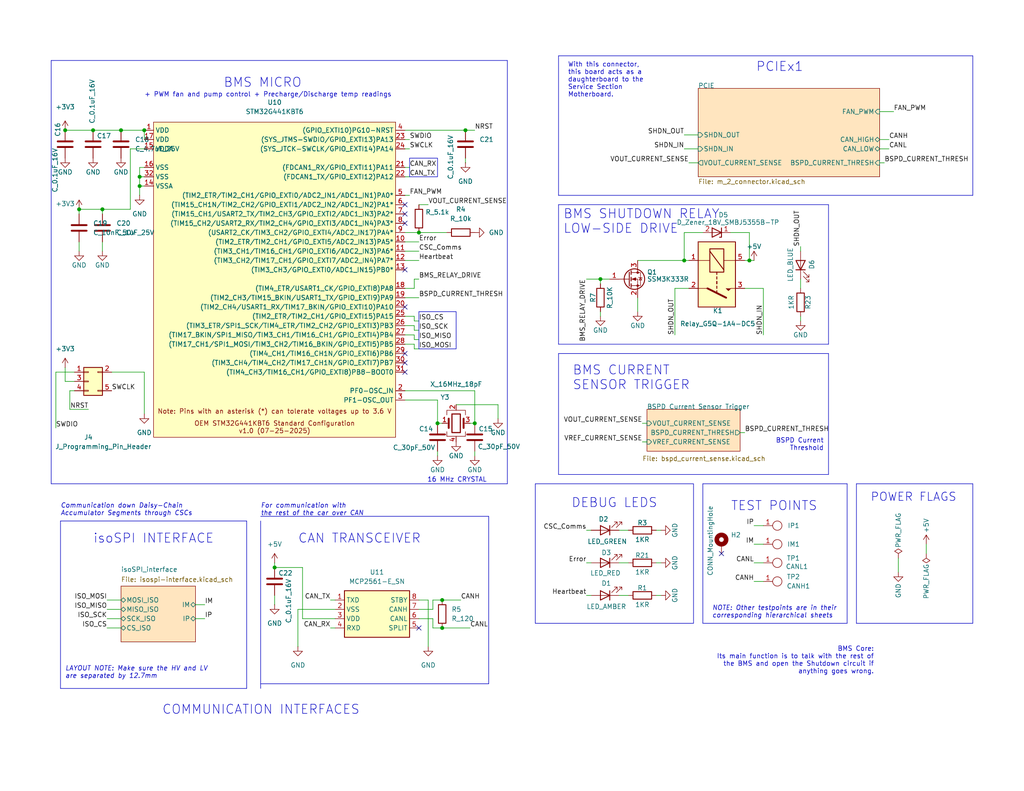
<source format=kicad_sch>
(kicad_sch (version 20250114) (generator "eeschema") (generator_version "9.0")
  (paper "A")
  (title_block (title "BMS Core") (date "2026-02-01") (rev "1") (company "Olin Electric Motorsports") (comment 1 "Akil Pugalenthi") (comment 2 "Jacob Likins") (comment 3 "Melissa Kazazic"))
  (rectangle (start 111.76 43.18) (end 119.38 48.26))
  (rectangle (start 146.05 132.08) (end 189.23 170.18))
  (rectangle (start 114.3 85.09) (end 124.46 95.25))
  (text "BMS SHUTDOWN RELAY\nLOW-SIDE DRIVE" (at 153.67 64.008 0) (effects (font (size 2.4892 2.4892)) (justify left bottom)))
  (text "POWER FLAGS\n" (at 237.49 137.16 0) (effects (font (size 2.2606 2.2606)) (justify left bottom)))
  (text "NOTE: Other testpoints are in their\ncorresponding hierarchical sheets" (at 194.31 168.91 0) (effects (font (size 1.27 1.27) (italic yes)) (justify left bottom)))
  (text "For communication with\nthe rest of the car over CAN" (at 71.12 140.97 0) (effects (font (size 1.27 1.27) (italic yes)) (justify left bottom)))
  (text "DEBUG LEDS" (at 167.64 137.414 0) (effects (font (size 2.4892 2.4892))))
  (text "BMS CURRENT \nSENSOR TRIGGER" (at 156.21 106.68 0) (effects (font (size 2.4892 2.4892)) (justify left bottom)))
  (text "+ PWM fan and pump control + Precharge/Discharge temp readings" (at 39.37 26.67 0) (effects (font (size 1.27 1.27)) (justify left bottom)))
  (text "BMS MICRO" (at 60.96 24.13 0) (effects (font (size 2.4892 2.4892)) (justify left bottom)))
  (text "Communication down Daisy-Chain\nAccumulator Segments through CSCs" (at 16.51 140.97 0) (effects (font (size 1.27 1.27) (italic yes)) (justify left bottom)))
  (text "isoSPI INTERFACE" (at 25.4 148.59 0) (effects (font (size 2.4892 2.4892)) (justify left bottom)))
  (text "COMMUNICATION INTERFACES" (at 44.196 195.326 0) (effects (font (size 2.4892 2.4892)) (justify left bottom)))
  (text "With this connector,\nthis board acts as a \ndaughterboard to the\nService Section\nMotherboard." (at 154.94 26.67 0) (effects (font (size 1.27 1.27)) (justify left bottom)))
  (text "LAYOUT NOTE: Make sure the HV and LV\nare separated by 12.7mm" (at 17.78 185.42 0) (effects (font (size 1.27 1.27) (italic yes)) (justify left bottom)))
  (text "PCIEx1\n" (at 206.248 19.812 0) (effects (font (size 2.4892 2.4892)) (justify left bottom)))
  (text "BSPD Current\nThreshold" (at 224.79 123.19 0) (effects (font (size 1.27 1.27)) (justify right bottom)))
  (text "TEST POINTS" (at 199.39 139.7 0) (effects (font (size 2.4892 2.4892)) (justify left bottom)))
  (text "CAN TRANSCEIVER" (at 81.28 148.59 0) (effects (font (size 2.4892 2.4892)) (justify left bottom)))
  (text "16 MHz CRYSTAL" (at 132.842 131.826 0) (effects (font (size 1.27 1.27)) (justify right bottom)))
  (text "BMS Core:\nIts main function is to talk with the rest of\nthe BMS and open the Shutdown circuit if\nanything goes wrong." (at 238.506 184.15 0) (effects (font (size 1.27 1.27)) (justify right bottom)))
  (junction (at 204.47 71.12))
  (junction (at 186.69 71.12))
  (junction (at 74.93 154.94))
  (junction (at 27.94 57.15))
  (junction (at 120.65 163.83))
  (junction (at 127 35.56))
  (junction (at 39.37 35.56))
  (junction (at 163.83 76.2))
  (junction (at 120.65 171.45))
  (junction (at 21.59 57.15))
  (junction (at 33.02 35.56))
  (junction (at 25.4 35.56))
  (junction (at 119.38 115.57))
  (junction (at 114.3 63.5))
  (junction (at 129.54 115.57))
  (junction (at 17.78 35.56))
  (junction (at 38.1 50.8))
  (junction (at 38.1 48.26))
  (no_connect (at 110.49 99.06))
  (no_connect (at 114.3 171.45))
  (no_connect (at 196.85 151.13))
  (no_connect (at 110.49 101.6))
  (no_connect (at 110.49 60.96))
  (no_connect (at 110.49 58.42))
  (no_connect (at 110.49 55.88))
  (no_connect (at 110.49 96.52))
  (no_connect (at 110.49 83.82))
  (no_connect (at 110.49 73.66))
  (wire (pts (xy 208.28 143.51) (xy 205.74 143.51)))
  (wire (pts (xy 110.49 40.64) (xy 111.76 40.64)))
  (wire (pts (xy 29.21 171.45) (xy 33.02 171.45)))
  (wire (pts (xy 120.65 163.83) (xy 125.73 163.83)))
  (wire (pts (xy 160.02 162.56) (xy 161.29 162.56)))
  (wire (pts (xy 74.93 162.56) (xy 74.93 165.1)))
  (wire (pts (xy 114.3 163.83) (xy 116.84 163.83)))
  (wire (pts (xy 127 35.56) (xy 129.54 35.56)))
  (wire (pts (xy 91.44 168.91) (xy 82.55 168.91)))
  (wire (pts (xy 17.78 104.14) (xy 20.32 104.14)))
  (wire (pts (xy 38.1 48.26) (xy 39.37 48.26)))
  (wire (pts (xy 27.94 57.15) (xy 35.56 57.15)))
  (wire (pts (xy 245.11 152.4) (xy 245.11 156.21)))
  (wire (pts (xy 25.4 35.56) (xy 33.02 35.56)))
  (wire (pts (xy 17.78 100.33) (xy 17.78 104.14)))
  (wire (pts (xy 113.03 92.71) (xy 114.3 92.71)))
  (wire (pts (xy 168.91 162.56) (xy 171.45 162.56)))
  (polyline (pts (xy 152.4 15.24) (xy 152.4 53.34)))
  (polyline (pts (xy 71.12 140.97) (xy 133.35 140.97)))
  (wire (pts (xy 179.07 153.67) (xy 180.34 153.67)))
  (polyline (pts (xy 152.4 55.88) (xy 152.4 93.98)))
  (wire (pts (xy 118.11 166.37) (xy 114.3 166.37)))
  (wire (pts (xy 179.07 162.56) (xy 180.34 162.56)))
  (wire (pts (xy 113.03 78.74) (xy 110.49 78.74)))
  (wire (pts (xy 19.05 111.76) (xy 19.05 106.68)))
  (wire (pts (xy 110.49 35.56) (xy 127 35.56)))
  (wire (pts (xy 184.15 91.44) (xy 184.15 78.74)))
  (polyline (pts (xy 233.68 132.08) (xy 265.43 132.08)))
  (wire (pts (xy 110.49 71.12) (xy 114.3 71.12)))
  (wire (pts (xy 81.28 176.53) (xy 81.28 166.37)))
  (wire (pts (xy 27.94 66.04) (xy 27.94 68.58)))
  (wire (pts (xy 29.21 168.91) (xy 33.02 168.91)))
  (wire (pts (xy 118.11 171.45) (xy 118.11 168.91)))
  (wire (pts (xy 90.17 163.83) (xy 91.44 163.83)))
  (wire (pts (xy 113.03 95.25) (xy 113.03 93.98)))
  (wire (pts (xy 17.78 35.56) (xy 25.4 35.56)))
  (polyline (pts (xy 191.77 170.18) (xy 231.14 170.18)))
  (wire (pts (xy 242.57 38.1) (xy 240.03 38.1)))
  (wire (pts (xy 110.49 53.34) (xy 111.76 53.34)))
  (wire (pts (xy 175.26 120.65) (xy 176.53 120.65)))
  (wire (pts (xy 160.02 153.67) (xy 161.29 153.67)))
  (wire (pts (xy 38.1 50.8) (xy 39.37 50.8)))
  (wire (pts (xy 110.49 81.28) (xy 114.3 81.28)))
  (wire (pts (xy 29.21 163.83) (xy 33.02 163.83)))
  (wire (pts (xy 110.49 48.26) (xy 111.76 48.26)))
  (wire (pts (xy 82.55 168.91) (xy 82.55 154.94)))
  (wire (pts (xy 110.49 68.58) (xy 114.3 68.58)))
  (polyline (pts (xy 133.35 186.69) (xy 71.12 186.69)))
  (wire (pts (xy 118.11 171.45) (xy 120.65 171.45)))
  (wire (pts (xy 119.38 115.57) (xy 120.65 115.57)))
  (polyline (pts (xy 16.51 142.24) (xy 16.51 187.96)))
  (wire (pts (xy 119.38 109.22) (xy 119.38 115.57)))
  (wire (pts (xy 30.48 101.6) (xy 39.37 101.6)))
  (wire (pts (xy 38.1 50.8) (xy 38.1 53.34)))
  (wire (pts (xy 116.84 163.83) (xy 116.84 176.53)))
  (wire (pts (xy 208.28 91.44) (xy 208.28 78.74)))
  (wire (pts (xy 21.59 57.15) (xy 27.94 57.15)))
  (wire (pts (xy 19.05 106.68) (xy 20.32 106.68)))
  (wire (pts (xy 203.2 71.12) (xy 204.47 71.12)))
  (wire (pts (xy 21.59 66.04) (xy 21.59 68.58)))
  (polyline (pts (xy 265.43 53.34) (xy 152.4 53.34)))
  (wire (pts (xy 184.15 78.74) (xy 187.96 78.74)))
  (wire (pts (xy 252.73 148.59) (xy 252.73 151.13)))
  (wire (pts (xy 119.38 123.19) (xy 119.38 124.46)))
  (wire (pts (xy 24.13 111.76) (xy 19.05 111.76)))
  (polyline (pts (xy 265.43 132.08) (xy 265.43 170.18)))
  (wire (pts (xy 168.91 153.67) (xy 171.45 153.67)))
  (wire (pts (xy 113.03 76.2) (xy 113.03 78.74)))
  (wire (pts (xy 163.83 86.36) (xy 163.83 85.09)))
  (polyline (pts (xy 226.06 129.54) (xy 226.06 96.52)))
  (wire (pts (xy 129.54 106.68) (xy 129.54 115.57)))
  (wire (pts (xy 160.02 144.78) (xy 161.29 144.78)))
  (wire (pts (xy 39.37 45.72) (xy 38.1 45.72)))
  (wire (pts (xy 81.28 166.37) (xy 91.44 166.37)))
  (wire (pts (xy 163.83 76.2) (xy 163.83 77.47)))
  (polyline (pts (xy 152.4 15.24) (xy 265.43 15.24)))
  (wire (pts (xy 110.49 38.1) (xy 111.76 38.1)))
  (wire (pts (xy 113.03 95.25) (xy 114.3 95.25)))
  (wire (pts (xy 173.99 81.28) (xy 173.99 85.09)))
  (wire (pts (xy 208.28 153.67) (xy 205.74 153.67)))
  (wire (pts (xy 53.34 165.1) (xy 55.88 165.1)))
  (wire (pts (xy 114.3 55.88) (xy 116.84 55.88)))
  (polyline (pts (xy 226.06 55.88) (xy 226.06 93.98)))
  (wire (pts (xy 113.03 87.63) (xy 114.3 87.63)))
  (wire (pts (xy 90.17 171.45) (xy 91.44 171.45)))
  (wire (pts (xy 127 43.18) (xy 127 44.45)))
  (wire (pts (xy 15.24 101.6) (xy 20.32 101.6)))
  (wire (pts (xy 113.03 90.17) (xy 113.03 88.9)))
  (polyline (pts (xy 233.68 170.18) (xy 265.43 170.18)))
  (wire (pts (xy 163.83 76.2) (xy 160.02 76.2)))
  (wire (pts (xy 113.03 86.36) (xy 110.49 86.36)))
  (wire (pts (xy 110.49 45.72) (xy 111.76 45.72)))
  (polyline (pts (xy 233.68 132.08) (xy 233.68 170.18)))
  (wire (pts (xy 199.39 63.5) (xy 204.47 63.5)))
  (wire (pts (xy 201.93 118.11) (xy 203.2 118.11)))
  (wire (pts (xy 110.49 106.68) (xy 129.54 106.68)))
  (wire (pts (xy 38.1 45.72) (xy 38.1 48.26)))
  (wire (pts (xy 204.47 63.5) (xy 204.47 71.12)))
  (wire (pts (xy 27.94 58.42) (xy 27.94 57.15)))
  (wire (pts (xy 186.69 40.64) (xy 190.5 40.64)))
  (polyline (pts (xy 152.4 129.54) (xy 226.06 129.54)))
  (wire (pts (xy 113.03 91.44) (xy 110.49 91.44)))
  (polyline (pts (xy 231.14 132.08) (xy 231.14 170.18)))
  (wire (pts (xy 113.03 76.2) (xy 114.3 76.2)))
  (wire (pts (xy 186.69 71.12) (xy 187.96 71.12)))
  (wire (pts (xy 120.65 171.45) (xy 128.27 171.45)))
  (wire (pts (xy 113.03 92.71) (xy 113.03 91.44)))
  (polyline (pts (xy 16.51 187.96) (xy 67.31 187.96)))
  (wire (pts (xy 118.11 163.83) (xy 120.65 163.83)))
  (polyline (pts (xy 71.12 187.96) (xy 71.12 142.24)))
  (wire (pts (xy 208.28 148.59) (xy 205.74 148.59)))
  (wire (pts (xy 53.34 168.91) (xy 55.88 168.91)))
  (wire (pts (xy 35.56 57.15) (xy 35.56 40.64)))
  (wire (pts (xy 128.27 115.57) (xy 129.54 115.57)))
  (wire (pts (xy 39.37 101.6) (xy 39.37 113.03)))
  (polyline (pts (xy 152.4 96.52) (xy 226.06 96.52)))
  (wire (pts (xy 135.89 114.3) (xy 135.89 110.49)))
  (wire (pts (xy 186.69 36.83) (xy 190.5 36.83)))
  (wire (pts (xy 33.02 35.56) (xy 39.37 35.56)))
  (polyline (pts (xy 152.4 93.98) (xy 226.06 93.98)))
  (wire (pts (xy 218.44 67.31) (xy 218.44 68.58)))
  (polyline (pts (xy 265.43 15.24) (xy 265.43 53.34)))
  (polyline (pts (xy 191.77 132.08) (xy 231.14 132.08)))
  (polyline (pts (xy 133.35 140.97) (xy 133.35 186.69)))
  (wire (pts (xy 218.44 86.36) (xy 218.44 87.63)))
  (polyline (pts (xy 138.43 132.08) (xy 138.43 16.51)))
  (wire (pts (xy 113.03 88.9) (xy 110.49 88.9)))
  (wire (pts (xy 74.93 153.67) (xy 74.93 154.94)))
  (wire (pts (xy 38.1 48.26) (xy 38.1 50.8)))
  (wire (pts (xy 21.59 58.42) (xy 21.59 57.15)))
  (wire (pts (xy 168.91 144.78) (xy 171.45 144.78)))
  (wire (pts (xy 114.3 63.5) (xy 121.92 63.5)))
  (wire (pts (xy 15.24 101.6) (xy 15.24 116.84)))
  (wire (pts (xy 186.69 63.5) (xy 186.69 71.12)))
  (wire (pts (xy 173.99 71.12) (xy 186.69 71.12)))
  (wire (pts (xy 118.11 168.91) (xy 114.3 168.91)))
  (wire (pts (xy 204.47 71.12) (xy 205.74 71.12)))
  (wire (pts (xy 163.83 76.2) (xy 166.37 76.2)))
  (wire (pts (xy 208.28 78.74) (xy 203.2 78.74)))
  (wire (pts (xy 113.03 93.98) (xy 110.49 93.98)))
  (wire (pts (xy 129.54 123.19) (xy 129.54 124.46)))
  (polyline (pts (xy 67.31 187.96) (xy 67.31 142.24)))
  (wire (pts (xy 135.89 110.49) (xy 124.46 110.49)))
  (wire (pts (xy 29.21 166.37) (xy 33.02 166.37)))
  (wire (pts (xy 179.07 144.78) (xy 180.34 144.78)))
  (polyline (pts (xy 13.97 16.51) (xy 13.97 132.08)) (stroke (width 0) (type solid)))
  (wire (pts (xy 113.03 90.17) (xy 114.3 90.17)))
  (polyline (pts (xy 13.97 16.51) (xy 138.43 16.51)))
  (wire (pts (xy 240.03 30.48) (xy 243.84 30.48)))
  (wire (pts (xy 119.38 109.22) (xy 110.49 109.22)))
  (wire (pts (xy 218.44 76.2) (xy 218.44 78.74)))
  (wire (pts (xy 82.55 154.94) (xy 74.93 154.94)))
  (wire (pts (xy 242.57 40.64) (xy 240.03 40.64)))
  (wire (pts (xy 110.49 66.04) (xy 114.3 66.04)))
  (wire (pts (xy 39.37 35.56) (xy 39.37 38.1)))
  (wire (pts (xy 114.3 63.5) (xy 110.49 63.5)))
  (wire (pts (xy 208.28 158.75) (xy 205.74 158.75)))
  (polyline (pts (xy 13.97 132.08) (xy 138.43 132.08)))
  (polyline (pts (xy 152.4 55.88) (xy 226.06 55.88)))
  (wire (pts (xy 187.96 44.45) (xy 190.5 44.45)))
  (polyline (pts (xy 152.4 96.52) (xy 152.4 129.54)))
  (polyline (pts (xy 16.51 142.24) (xy 67.31 142.24)))
  (wire (pts (xy 240.03 44.45) (xy 241.3 44.45)))
  (polyline (pts (xy 191.77 132.08) (xy 191.77 170.18)))
  (wire (pts (xy 175.26 115.57) (xy 176.53 115.57)))
  (wire (pts (xy 191.77 63.5) (xy 186.69 63.5)))
  (wire (pts (xy 113.03 87.63) (xy 113.03 86.36)))
  (wire (pts (xy 35.56 40.64) (xy 39.37 40.64)))
  (wire (pts (xy 118.11 163.83) (xy 118.11 166.37)))
  (label "CSC_Comms" (at 160.02 144.78 180))
  (label "SHDN_OUT" (at 184.15 91.44 90))
  (label "SWDIO" (at 15.24 116.84 0))
  (label "CAN_RX" (at 111.76 45.72 0))
  (label "NRST" (at 129.54 35.56 0))
  (label "CANL" (at 242.57 40.64 0))
  (label "CANH" (at 205.74 158.75 180))
  (label "SWDIO" (at 111.76 38.1 0))
  (label "BMS_RELAY_DRIVE" (at 114.3 76.2 0))
  (label "ISO_MOSI" (at 29.21 163.83 180))
  (label "CANL" (at 205.74 153.67 180))
  (label "CANL" (at 128.27 171.45 0))
  (label "ISO_CS" (at 114.3 87.63 0))
  (label "BSPD_CURRENT_THRESH" (at 114.3 81.28 0))
  (label "BSPD_CURRENT_THRESH" (at 241.3 44.45 0))
  (label "CAN_TX" (at 90.17 163.83 180))
  (label "Error" (at 160.02 153.67 180))
  (label "BMS_RELAY_DRIVE" (at 160.02 76.2 270))
  (label "CAN_RX" (at 90.17 171.45 180))
  (label "ISO_MISO" (at 114.3 92.71 0))
  (label "CANH" (at 125.73 163.83 0))
  (label "ISO_CS" (at 29.21 171.45 180))
  (label "VOUT_CURRENT_SENSE" (at 187.96 44.45 180))
  (label "Error" (at 114.3 66.04 0))
  (label "Heartbeat" (at 114.3 71.12 0))
  (label "BSPD_CURRENT_THRESH" (at 203.2 118.11 0))
  (label "CANH" (at 242.57 38.1 0))
  (label "SWCLK" (at 30.48 106.68 0))
  (label "CAN_TX" (at 111.76 48.26 0))
  (label "IP" (at 205.74 143.51 180))
  (label "CSC_Comms" (at 114.3 68.58 0))
  (label "NRST" (at 24.13 111.76 180))
  (label "ISO_SCK" (at 29.21 168.91 180))
  (label "IP" (at 55.88 168.91 0))
  (label "ISO_MOSI" (at 114.3 95.25 0))
  (label "SHDN_IN" (at 208.28 91.44 90))
  (label "FAN_PWM" (at 111.76 53.34 0))
  (label "SHDN_OUT" (at 218.44 67.31 90))
  (label "VOUT_CURRENT_SENSE" (at 116.84 55.88 0))
  (label "SHDN_IN" (at 186.69 40.64 180))
  (label "SHDN_OUT" (at 186.69 36.83 180))
  (label "Heartbeat" (at 160.02 162.56 180))
  (label "FAN_PWM" (at 243.84 30.48 0))
  (label "IM" (at 55.88 165.1 0))
  (label "VREF_CURRENT_SENSE" (at 175.26 120.65 180))
  (label "ISO_SCK" (at 114.3 90.17 0))
  (label "ISO_MISO" (at 29.21 166.37 180))
  (label "IM" (at 205.74 148.59 180))
  (label "SWCLK" (at 111.76 40.64 0))
  (label "VOUT_CURRENT_SENSE" (at 175.26 115.57 180))
  (symbol (lib_id "OEM:TP_Hook_SMD") (at 209.55 158.75 270) (unit 1)
    (property "Reference" "TP2" (at 214.63 157.4799 90) (effects (justify left)))
    (property "Value" "CANH1" (at 214.63 160.0199 90) (effects (justify left)))
    (property "Footprint" "OEM:TP_Hook_SMD" (effects (hide yes)))
    (property "Datasheet" "https://www.mouser.com/datasheet/3/201/1/5019.PDF" (effects (hide yes)))
    (property "Description" "Test Point SMD Hook" (effects (hide yes)))
    (property "MPN" "5019" (effects (hide yes)))
  )
  (symbol (lib_id "power:GND") (at 135.89 114.3 0) (unit 1)
    (property "Reference" "#PWR?" (effects (hide yes)))
    (property "Value" "GND" (at 135.89 118.11 0))
  )
  (symbol (lib_id "OEM:R_10k_0.1W_0603") (at 125.73 63.5 90) (unit 1)
    (property "Reference" "R4" (at 125.73 57.15 90))
    (property "Value" "R_10k" (at 125.73 59.69 90))
    (property "Footprint" "OEM:R_0603_1608Metric" (effects (hide yes)))
    (property "Datasheet" "https://www.mouser.com/datasheet/3/1099/1/SEI-RMCF_RMCP.pdf" (effects (hide yes)))
    (property "Description" "RES 10K OHM 1% 1/10W 0603" (effects (hide yes)))
    (property "MPN" "RMCF0603FT10K0" (effects (hide yes)))
  )
  (symbol (lib_name "+5V_1") (lib_id "power:+5V") (at 74.93 153.67 0) (unit 1)
    (property "Reference" "#PWR?" (effects (hide yes)))
    (property "Value" "+5V" (at 74.93 148.59 0))
    (property "Description" "Power symbol creates a global label with name \"+5V\"" (effects (hide yes)))
  )
  (symbol (lib_id "power:GND") (at 119.38 124.46 0) (unit 1)
    (property "Reference" "#PWR?" (effects (hide yes)))
    (property "Value" "GND" (at 119.38 128.27 0))
  )
  (symbol (lib_id "OEM:X_16MHz_18pF_SMD") (at 124.46 115.57 0) (unit 1)
    (property "Reference" "Y3" (at 121.412 108.458 0))
    (property "Value" "X_16MHz_18pF" (at 124.46 104.902 0))
    (property "Footprint" "OEM:FA238160000MBC0 (X_16MHz_18pF_SMD - FA-238_16.0000MB-C0)" (effects (hide yes)))
    (property "Datasheet" "https://www.mouser.com/datasheet/3/97/1/FA-238_en.pdf" (effects (hide yes)))
    (property "Description" "CRYSTAL 16.0000MHZ 18PF SMD" (effects (hide yes)))
    (property "MPN" "FA-238 16.0000MB-C0" (effects (hide yes)))
  )
  (symbol (lib_id "power:GND") (at 27.94 68.58 0) (unit 1)
    (property "Reference" "#PWR?" (effects (hide yes)))
    (property "Value" "GND" (at 27.94 72.39 0))
  )
  (symbol (lib_id "OEM:D_Zener_18V_SMBJ5355B-TP") (at 195.58 63.5 180) (unit 1)
    (property "Reference" "D5" (at 197.358 58.674 0))
    (property "Value" "D_Zener_18V_SMBJ5355B-TP" (at 198.628 60.706 0))
    (property "Footprint" "OEM:DO-214AA" (effects (hide yes)))
    (property "Datasheet" "https://www.mccsemi.com/pdf/Products/SMBJ5338B-SMBJ5388B(SMB).pdf" (effects (hide yes)))
    (property "Description" "Zener diode 18V 5W 5%" (effects (hide yes)))
    (property "MPN" "SMBJ5355B-TP" (effects (hide yes)))
    (property "MFN" "Micro Commercial Co" (effects (hide yes)))
    (property "DKPN" "SMBJ5355B-TPMSCT-ND" (effects (hide yes)))
    (property "NewDesigns" "YES" (effects (hide yes)))
    (property "Stocked" "Tape" (effects (hide yes)))
    (property "Package" "DO-214AA" (effects (hide yes)))
    (property "Style" "SMD" (effects (hide yes)))
  )
  (symbol (lib_id "power:GND") (at 21.59 68.58 0) (unit 1)
    (property "Reference" "#PWR?" (effects (hide yes)))
    (property "Value" "GND" (at 21.59 72.39 0))
  )
  (symbol (lib_id "power:GND") (at 180.34 162.56 90) (unit 1)
    (property "Reference" "#PWR?" (effects (hide yes)))
    (property "Value" "GND" (at 184.15 162.56 0))
  )
  (symbol (lib_id "OEM:LED_GREEN") (at 165.1 144.78 180) (unit 1)
    (property "Reference" "D2" (at 163.322 141.732 0) (effects (justify right)))
    (property "Value" "LED_GREEN" (at 160.274 147.828 0) (effects (justify right)))
    (property "Footprint" "OEM:CHIPLED_0805" (effects (hide yes)))
    (property "Datasheet" "${OEM_DIR}/parts/datasheets" (effects (hide yes)))
    (property "Description" "Light emitting diode" (effects (hide yes)))
    (property "Package" "0805" (effects (hide yes)))
    (property "NewDesigns" "No" (effects (hide yes)))
    (property "Stocked" "No" (effects (hide yes)))
    (property "Style" "SMD" (effects (hide yes)))
  )
  (symbol (lib_id "OEM:SSM3K333R") (at 171.45 76.2 0) (unit 1)
    (property "Reference" "Q1" (at 176.53 74.295 0) (effects (justify left)))
    (property "Value" "SSM3K333R" (at 176.53 76.2 0) (effects (justify left)))
    (property "Footprint" "OEM:SOT-23F" (effects (hide yes)))
    (property "Datasheet" "https://drive.google.com/drive/folders/0B-V-iZf33Y4GNzhDQTJZanJRbVk" (effects (hide yes)))
    (property "MFN" "DK" (effects (hide yes)))
    (property "MPN" "SSM3K333RLFCT-ND" (effects (hide yes)))
    (property "DKPN" "SSM3K333RLFDKR-ND" (effects (hide yes)))
    (property "Package" "SOT-23" (effects (hide yes)))
    (property "NewDesigns" "YES" (effects (hide yes)))
    (property "Stocked" "Digi-Reel" (effects (hide yes)))
    (property "Style" "SMD" (effects (hide yes)))
  )
  (symbol (lib_name "GND_2") (lib_id "power:GND") (at 127 44.45 0) (unit 1)
    (property "Reference" "#PWR?" (effects (hide yes)))
    (property "Value" "GND" (at 127 49.53 0))
    (property "Description" "Power symbol creates a global label with name \"GND\" , ground" (effects (hide yes)))
  )
  (symbol (lib_id "power:PWR_FLAG") (at 245.11 152.4 0) (unit 1)
    (property "Reference" "#FLG?" (effects (hide yes)))
    (property "Value" "PWR_FLAG" (at 245.11 144.78 90))
  )
  (symbol (lib_id "OEM:10KR") (at 163.83 81.28 180) (unit 1)
    (property "Reference" "R7" (at 161.798 81.28 90))
    (property "Value" "R_10K" (at 166.37 81.28 90))
    (property "Footprint" "OEM:R_0603" (effects (hide yes)))
    (property "Datasheet" "http://www.bourns.com/data/global/pdfs/CRS.pdf" (effects (hide yes)))
    (property "MFN" "DK" (effects (hide yes)))
    (property "MPN" "CRS0805-FX-1002ELFCT-ND" (effects (hide yes)))
    (property "DKPN" "RMCF0603FT10K0TR-ND" (effects (hide yes)))
    (property "Package" "0603" (effects (hide yes)))
    (property "NewDesigns" "YES" (effects (hide yes)))
    (property "Stocked" "Reel" (effects (hide yes)))
    (property "Style" "SMD" (effects (hide yes)))
  )
  (symbol (lib_id "OEM:TP_1mm") (at 209.55 143.51 270) (unit 1) (in_bom no)
    (property "Reference" "IP1" (at 216.535 143.51 90))
    (property "Value" "TP_1mm" (effects (hide yes)))
    (property "Footprint" "TestPoint:TestPoint_Pad_D1.0mm" (effects (hide yes)))
    (property "NewDesigns" "YES" (effects (hide yes)))
    (property "Package" "Custom" (effects (hide yes)))
    (property "Style" "SMD" (effects (hide yes)))
  )
  (symbol (lib_id "OEM:C_30pF_50V_0603") (at 119.38 119.38 0) (unit 1)
    (property "Reference" "C14" (at 114.3 117.094 0) (effects (justify left)))
    (property "Value" "C_30pF_50V" (at 107.188 122.174 0) (effects (justify left)))
    (property "Footprint" "OEM:C_0603_1608Metric" (effects (hide yes)))
    (property "Datasheet" "https://www.mouser.com/datasheet/3/1099/1/SEI-CML.PDF" (effects (hide yes)))
    (property "Description" "CAP CER 30PF 50V C0G/NP0 0603" (effects (hide yes)))
    (property "MPN" "CML0603C0G300JT50V" (effects (hide yes)))
  )
  (symbol (lib_id "power:+3V3") (at 17.78 100.33 0) (unit 1)
    (property "Reference" "#PWR?" (effects (hide yes)))
    (property "Value" "+3V3" (at 17.78 95.25 0))
    (property "Description" "Power symbol creates a global label with name \"+3V3\"" (effects (hide yes)))
  )
  (symbol (lib_id "power:GND") (at 33.02 43.18 0) (unit 1)
    (property "Reference" "#PWR?" (effects (hide yes)))
    (property "Value" "GND" (at 33.02 46.99 0))
  )
  (symbol (lib_id "OEM:C_4.7uF_25V_0603") (at 33.02 39.37 0) (unit 1)
    (property "Reference" "C18" (at 36.83 38.0999 0) (effects (justify left)))
    (property "Value" "C_4.7uF_25V" (at 36.83 40.6399 0) (effects (justify left)))
    (property "Footprint" "OEM:C_0603_1608Metric" (effects (hide yes)))
    (property "Datasheet" "https://www.mouser.com/catalog/specsheets/mure-s-a0004413631-1.pdf" (effects (hide yes)))
    (property "Description" "CAP CER 4.7UF 25V X5R 0603" (effects (hide yes)))
    (property "MPN" "GRT188R61E475ME13D" (effects (hide yes)))
  )
  (symbol (lib_id "OEM:1KR") (at 218.44 82.55 0) (unit 1)
    (property "Reference" "R23" (at 220.472 82.55 90))
    (property "Value" "1KR" (at 215.9 82.55 90))
    (property "Footprint" "OEM:R_0603" (effects (hide yes)))
    (property "Datasheet" "${OEM_DIR}/parts/datasheets/stackpole_RMCF_RMCP.pdf" (effects (hide yes)))
    (property "MFN" "Stackpole Electronics" (effects (hide yes)))
    (property "MPN" "RMCF0603FT1K00" (effects (hide yes)))
    (property "DKPN" "RMCF0603FT1K00TR-ND" (effects (hide yes)))
    (property "NewDesigns" "YES" (effects (hide yes)))
    (property "Stocked" "Reel" (effects (hide yes)))
    (property "Package" "0603" (effects (hide yes)))
    (property "Style" "SMD" (effects (hide yes)))
  )
  (symbol (lib_id "power:PWR_FLAG") (at 252.73 151.13 180) (unit 1)
    (property "Reference" "#FLG?" (effects (hide yes)))
    (property "Value" "PWR_FLAG" (at 252.73 158.75 90))
  )
  (symbol (lib_id "power:GND") (at 129.54 124.46 0) (unit 1)
    (property "Reference" "#PWR?" (effects (hide yes)))
    (property "Value" "GND" (at 129.54 128.27 0))
  )
  (symbol (lib_id "power:GND") (at 173.99 85.09 0) (unit 1)
    (property "Reference" "#PWR?" (effects (hide yes)))
    (property "Value" "GND" (at 173.99 88.9 0))
  )
  (symbol (lib_id "OEM:CONN_MountingHole") (at 196.85 148.59 0) (unit 1) (in_bom no)
    (property "Reference" "H2" (at 199.39 146.0499 0) (effects (justify left)))
    (property "Value" "CONN_MountingHole" (at 193.802 157.226 90) (effects (justify left)))
    (property "Footprint" "OEM:PCIe_Mount" (effects (hide yes)))
    (property "Description" "Mounting Hole with connection" (effects (hide yes)))
  )
  (symbol (lib_id "OEM:TP_1mm") (at 209.55 148.59 270) (unit 1) (in_bom no)
    (property "Reference" "IM1" (at 216.535 148.59 90))
    (property "Value" "TP_1mm" (effects (hide yes)))
    (property "Footprint" "TestPoint:TestPoint_Pad_D1.0mm" (effects (hide yes)))
    (property "NewDesigns" "YES" (effects (hide yes)))
    (property "Package" "Custom" (effects (hide yes)))
    (property "Style" "SMD" (effects (hide yes)))
  )
  (symbol (lib_id "power:GND") (at 180.34 153.67 90) (unit 1)
    (property "Reference" "#PWR?" (effects (hide yes)))
    (property "Value" "GND" (at 184.15 153.67 0))
  )
  (symbol (lib_id "OEM:1KR") (at 175.26 162.56 90) (unit 1)
    (property "Reference" "R1" (at 175.26 160.528 90))
    (property "Value" "1KR" (at 175.26 165.1 90))
    (property "Footprint" "OEM:R_0603" (effects (hide yes)))
    (property "Datasheet" "${OEM_DIR}/parts/datasheets/stackpole_RMCF_RMCP.pdf" (effects (hide yes)))
    (property "MFN" "Stackpole Electronics" (effects (hide yes)))
    (property "MPN" "RMCF0603FT1K00" (effects (hide yes)))
    (property "DKPN" "RMCF0603FT1K00TR-ND" (effects (hide yes)))
    (property "NewDesigns" "YES" (effects (hide yes)))
    (property "Stocked" "Reel" (effects (hide yes)))
    (property "Package" "0603" (effects (hide yes)))
    (property "Style" "SMD" (effects (hide yes)))
  )
  (symbol (lib_id "OEM:LED_AMBER") (at 165.1 162.56 180) (unit 1)
    (property "Reference" "D1" (at 164.084 159.258 0) (effects (justify right)))
    (property "Value" "LED_AMBER" (at 160.02 165.608 0) (effects (justify right)))
    (property "Footprint" "OEM:CHIPLED_0805" (effects (hide yes)))
    (property "Datasheet" "${OEM_DIR}/parts/datasheets" (effects (hide yes)))
    (property "Description" "Light emitting diode" (effects (hide yes)))
    (property "Package" "0805" (effects (hide yes)))
    (property "NewDesigns" "No" (effects (hide yes)))
    (property "Stocked" "No" (effects (hide yes)))
    (property "Style" "SMD" (effects (hide yes)))
  )
  (symbol (lib_name "GND_7") (lib_id "power:GND") (at 129.54 63.5 90) (unit 1)
    (property "Reference" "#PWR?" (effects (hide yes)))
    (property "Value" "GND" (at 133.35 63.4999 90) (effects (justify right)))
    (property "Description" "Power symbol creates a global label with name \"GND\" , ground" (effects (hide yes)))
  )
  (symbol (lib_id "OEM:C_1uF_25V_0603") (at 27.94 62.23 0) (unit 1)
    (property "Reference" "C20" (at 31.75 60.9599 0) (effects (justify left)))
    (property "Value" "C_1uF_25V" (at 31.75 63.4999 0) (effects (justify left)))
    (property "Footprint" "OEM:C_0603_1608Metric" (effects (hide yes)))
    (property "Datasheet" "https://mm.digikey.com/Volume0/opasdata/d220001/medias/docus/3644/CL10B105KA8NNNC_spec.pdf" (effects (hide yes)))
    (property "Description" "CAP CER 1UF 25V X7R 0603" (effects (hide yes)))
    (property "MPN" "CL10B105KA8NNNC" (effects (hide yes)))
  )
  (symbol (lib_id "power:GND") (at 218.44 87.63 0) (unit 1)
    (property "Reference" "#PWR?" (effects (hide yes)))
    (property "Value" "GND" (at 218.44 91.44 0))
  )
  (symbol (lib_id "OEM:U_CAN-Transceiver_MCP2561-E_SN_SOIC-8") (at 102.87 167.64 0) (unit 1)
    (property "Reference" "U11" (at 102.87 156.21 0))
    (property "Value" "MCP2561-E_SN" (at 102.87 158.75 0))
    (property "Footprint" "OEM:SOIC-8_3.9x4.9mm_P1.27mm" (effects (hide yes)))
    (property "Datasheet" "https://www.mouser.com/datasheet/3/282/1/20005167C.pdf" (effects (hide yes)))
    (property "Description" "IC TRANSCEIVER HALF 1/1 8SOIC" (effects (hide yes)))
    (property "MPN" "MCP2561-E/SN" (effects (hide yes)))
  )
  (symbol (lib_id "power:+3V3") (at 17.78 35.56 0) (unit 1)
    (property "Reference" "#PWR?" (effects (hide yes)))
    (property "Value" "+3V3" (at 17.78 29.21 0))
    (property "Description" "Power symbol creates a global label with name \"+3V3\"" (effects (hide yes)))
  )
  (symbol (lib_id "power:GND") (at 180.34 144.78 90) (unit 1)
    (property "Reference" "#PWR?" (effects (hide yes)))
    (property "Value" "GND" (at 184.15 144.78 0))
  )
  (symbol (lib_id "OEM:R_5.1k_0.1W_0603") (at 114.3 59.69 0) (unit 1)
    (property "Reference" "R2" (effects (hide yes)))
    (property "Value" "R_5.1k" (at 116.078 57.912 0) (effects (justify left)))
    (property "Footprint" "OEM:R_0603_1608Metric" (effects (hide yes)))
    (property "Datasheet" "https://www.mouser.com/datasheet/3/40/1/cr-a-as.pdf" (effects (hide yes)))
    (property "Description" "RESA-AS 0603 5K1 1% 1/10W TC100" (effects (hide yes)))
    (property "MPN" "CR0603AFX-5101EAS" (effects (hide yes)))
  )
  (symbol (lib_id "OEM:C_0.1uF_16V_0603") (at 74.93 158.75 0) (unit 1)
    (property "Reference" "C22" (at 75.946 156.464 0) (effects (justify left)))
    (property "Value" "C_0.1uF_16V" (at 78.74 170.18 90) (effects (justify left)))
    (property "Footprint" "OEM:C_0603_1608Metric" (effects (hide yes)))
    (property "Datasheet" "https://www.mouser.com/datasheet/3/72/1/KEM_C1005_Y5V_SMD.pdf" (effects (hide yes)))
    (property "Description" "CAP CER 0.1UF 16V Y5V 0603" (effects (hide yes)))
    (property "MPN" "C0603C104Z4VACTU" (effects (hide yes)))
  )
  (symbol (lib_id "OEM:C_10nF_50V_0603") (at 21.59 62.23 0) (unit 1)
    (property "Reference" "C19" (at 25.4 60.9599 0) (effects (justify left)))
    (property "Value" "C_10nF_50V" (at 25.4 63.4999 0) (effects (justify left)))
    (property "Footprint" "OEM:C_0603_1608Metric" (effects (hide yes)))
    (property "Datasheet" "https://mm.digikey.com/Volume0/opasdata/d220001/medias/docus/609/CL10B103KB8NNNC_Spec.pdf" (effects (hide yes)))
    (property "Description" "CAP CER 10000PF 50V X7R 0603" (effects (hide yes)))
    (property "MPN" "CL10B103KB8NNNC" (effects (hide yes)))
  )
  (symbol (lib_id "power:+5V") (at 252.73 148.59 0) (unit 1)
    (property "Reference" "#PWR?" (effects (hide yes)))
    (property "Value" "+5V" (at 252.73 143.51 90))
  )
  (symbol (lib_id "OEM:LED_BLUE") (at 218.44 72.39 90) (unit 1)
    (property "Reference" "D6" (at 221.488 70.866 0) (effects (justify right)))
    (property "Value" "LED_BLUE" (at 215.646 67.564 0) (effects (justify right)))
    (property "Footprint" "OEM:CHIPLED_0805" (effects (hide yes)))
    (property "Datasheet" "${OEM_DIR}/parts/datasheets/lite-on_LTST-C171TBKT.pdf" (effects (hide yes)))
    (property "Description" "Light emitting diode blue 0805" (effects (hide yes)))
    (property "MPN" "LTST-C171TBKT" (effects (hide yes)))
    (property "MFN" "Lite-On" (effects (hide yes)))
    (property "DKPN" "160-1645-6-ND" (effects (hide yes)))
    (property "Package" "0805" (effects (hide yes)))
    (property "NewDesigns" "Yes" (effects (hide yes)))
    (property "Stocked" "Digi-Reel" (effects (hide yes)))
    (property "Style" "SMD" (effects (hide yes)))
  )
  (symbol (lib_id "OEM:C_30pF_50V_0603") (at 129.54 119.38 0) (unit 1)
    (property "Reference" "C15" (at 130.556 117.094 0) (effects (justify left)))
    (property "Value" "C_30pF_50V" (at 136.144 121.92 0))
    (property "Footprint" "OEM:C_0603_1608Metric" (effects (hide yes)))
    (property "Datasheet" "https://www.mouser.com/datasheet/3/1099/1/SEI-CML.PDF" (effects (hide yes)))
    (property "Description" "CAP CER 30PF 50V C0G/NP0 0603" (effects (hide yes)))
    (property "MPN" "CML0603C0G300JT50V" (effects (hide yes)))
  )
  (symbol (lib_id "power:GND") (at 25.4 43.18 0) (unit 1)
    (property "Reference" "#PWR?" (effects (hide yes)))
    (property "Value" "GND" (at 25.4 46.99 0))
  )
  (symbol (lib_id "OEM:C_0.1uF_16V_0603") (at 127 39.37 0) (unit 1)
    (property "Reference" "C21" (at 130.81 38.0999 0) (effects (justify left)))
    (property "Value" "C_0.1uF_16V" (at 122.936 49.022 90) (effects (justify left)))
    (property "Footprint" "OEM:C_0603_1608Metric" (effects (hide yes)))
    (property "Datasheet" "https://www.mouser.com/datasheet/3/72/1/KEM_C1005_Y5V_SMD.pdf" (effects (hide yes)))
    (property "Description" "CAP CER 0.1UF 16V Y5V 0603" (effects (hide yes)))
    (property "MPN" "C0603C104Z4VACTU" (effects (hide yes)))
  )
  (symbol (lib_id "power:GND") (at 124.46 120.65 0) (unit 1)
    (property "Reference" "#PWR?" (effects (hide yes)))
    (property "Value" "GND" (at 124.46 124.46 0))
  )
  (symbol (lib_id "power:GND") (at 163.83 86.36 0) (unit 1)
    (property "Reference" "#PWR?" (effects (hide yes)))
    (property "Value" "GND" (at 163.83 90.17 0))
  )
  (symbol (lib_id "power:+3V3") (at 21.59 57.15 0) (unit 1)
    (property "Reference" "#PWR?" (effects (hide yes)))
    (property "Value" "+3V3" (at 17.78 55.626 0))
    (property "Description" "Power symbol creates a global label with name \"+3V3\"" (effects (hide yes)))
  )
  (symbol (lib_name "GND_4") (lib_id "power:GND") (at 81.28 176.53 0) (unit 1)
    (property "Reference" "#PWR?" (effects (hide yes)))
    (property "Value" "GND" (at 81.28 181.61 0))
    (property "Description" "Power symbol creates a global label with name \"GND\" , ground" (effects (hide yes)))
  )
  (symbol (lib_id "OEM:1KR") (at 175.26 144.78 90) (unit 1)
    (property "Reference" "R3" (at 175.26 142.748 90))
    (property "Value" "1KR" (at 175.26 147.32 90))
    (property "Footprint" "OEM:R_0603" (effects (hide yes)))
    (property "Datasheet" "${OEM_DIR}/parts/datasheets/stackpole_RMCF_RMCP.pdf" (effects (hide yes)))
    (property "MFN" "Stackpole Electronics" (effects (hide yes)))
    (property "MPN" "RMCF0603FT1K00" (effects (hide yes)))
    (property "DKPN" "RMCF0603FT1K00TR-ND" (effects (hide yes)))
    (property "NewDesigns" "YES" (effects (hide yes)))
    (property "Stocked" "Reel" (effects (hide yes)))
    (property "Package" "0603" (effects (hide yes)))
    (property "Style" "SMD" (effects (hide yes)))
  )
  (symbol (lib_id "OEM:Relay_G5Q-1A4-DC5") (at 195.58 76.2 270) (unit 1)
    (property "Reference" "K1" (at 195.834 84.836 90))
    (property "Value" "Relay_G5Q-1A4-DC5" (at 195.834 88.392 90))
    (property "Footprint" "OEM:Relay_SPST_OMRON-G5Q-1A4_OEM" (effects (hide yes)))
    (property "Datasheet" "https://omronfs.omron.com/en_US/ecb/products/pdf/en-g5q.pdf" (effects (hide yes)))
    (property "Description" "Relay 12V 10A 5V coil" (effects (hide yes)))
    (property "MPN" "G5Q-1A4 DC5" (effects (hide yes)))
    (property "MFN" "Omron" (effects (hide yes)))
    (property "DKPN" "Z3632-ND" (effects (hide yes)))
    (property "NewDesigns" "YES" (effects (hide yes)))
    (property "Stocked" "Tray" (effects (hide yes)))
    (property "Package" "G5Q (Custom)" (effects (hide yes)))
    (property "Style" "THT" (effects (hide yes)))
  )
  (symbol (lib_id "OEM:TP_Hook_SMD") (at 209.55 153.67 270) (unit 1)
    (property "Reference" "TP1" (at 214.63 152.3999 90) (effects (justify left)))
    (property "Value" "CANL1" (at 214.376 154.686 90) (effects (justify left)))
    (property "Footprint" "OEM:TP_Hook_SMD" (effects (hide yes)))
    (property "Datasheet" "https://www.mouser.com/datasheet/3/201/1/5019.PDF" (effects (hide yes)))
    (property "Description" "Test Point SMD Hook" (effects (hide yes)))
    (property "MPN" "5019" (effects (hide yes)))
  )
  (symbol (lib_id "OEM:LED_RED") (at 165.1 153.67 180) (unit 1)
    (property "Reference" "D3" (at 164.084 150.876 0) (effects (justify right)))
    (property "Value" "LED_RED" (at 161.036 156.464 0) (effects (justify right)))
    (property "Footprint" "OEM:CHIPLED_0805" (effects (hide yes)))
    (property "Datasheet" "${OEM_DIR}/parts/datasheets" (effects (hide yes)))
    (property "Description" "Light emitting diode" (effects (hide yes)))
    (property "Package" "0805" (effects (hide yes)))
    (property "NewDesigns" "No" (effects (hide yes)))
    (property "Stocked" "No" (effects (hide yes)))
    (property "Style" "SMD" (effects (hide yes)))
  )
  (symbol (lib_id "OEM:C_0.1uF_16V_0603") (at 17.78 39.37 0) (unit 1)
    (property "Reference" "C16" (at 15.748 37.338 90) (effects (justify left)))
    (property "Value" "C_0.1uF_16V" (at 14.986 52.578 90) (effects (justify left)))
    (property "Footprint" "OEM:C_0603_1608Metric" (effects (hide yes)))
    (property "Datasheet" "https://www.mouser.com/datasheet/3/72/1/KEM_C1005_Y5V_SMD.pdf" (effects (hide yes)))
    (property "Description" "CAP CER 0.1UF 16V Y5V 0603" (effects (hide yes)))
    (property "MPN" "C0603C104Z4VACTU" (effects (hide yes)))
  )
  (symbol (lib_id "power:GND") (at 245.11 156.21 0) (unit 1)
    (property "Reference" "#PWR?" (effects (hide yes)))
    (property "Value" "GND" (at 245.11 161.29 90))
  )
  (symbol (lib_name "GND_1") (lib_id "power:GND") (at 38.1 53.34 0) (unit 1)
    (property "Reference" "#PWR?" (effects (hide yes)))
    (property "Value" "GND" (at 38.1 58.42 0))
    (property "Description" "Power symbol creates a global label with name \"GND\" , ground" (effects (hide yes)))
  )
  (symbol (lib_name "GND_6") (lib_id "power:GND") (at 116.84 176.53 0) (unit 1)
    (property "Reference" "#PWR?" (effects (hide yes)))
    (property "Value" "GND" (at 116.84 181.61 0))
    (property "Description" "Power symbol creates a global label with name \"GND\" , ground" (effects (hide yes)))
  )
  (symbol (lib_id "OEM:1KR") (at 175.26 153.67 90) (unit 1)
    (property "Reference" "R21" (at 175.26 151.638 90))
    (property "Value" "1KR" (at 175.26 156.21 90))
    (property "Footprint" "OEM:R_0603" (effects (hide yes)))
    (property "Datasheet" "${OEM_DIR}/parts/datasheets/stackpole_RMCF_RMCP.pdf" (effects (hide yes)))
    (property "MFN" "Stackpole Electronics" (effects (hide yes)))
    (property "MPN" "RMCF0603FT1K00" (effects (hide yes)))
    (property "DKPN" "RMCF0603FT1K00TR-ND" (effects (hide yes)))
    (property "NewDesigns" "YES" (effects (hide yes)))
    (property "Stocked" "Reel" (effects (hide yes)))
    (property "Package" "0603" (effects (hide yes)))
    (property "Style" "SMD" (effects (hide yes)))
  )
  (symbol (lib_id "OEM:R_120_0.1W_0603") (at 120.65 167.64 0) (unit 1)
    (property "Reference" "R5" (at 123.19 166.3699 0) (effects (justify left)))
    (property "Value" "R_120" (at 123.19 168.9099 0) (effects (justify left)))
    (property "Footprint" "OEM:R_0603_1608Metric" (effects (hide yes)))
    (property "Datasheet" "https://www.mouser.com/datasheet/3/508/1/PYu-RC_Group_51_RoHS_L_12.pdf" (effects (hide yes)))
    (property "Description" "RES 120 OHM 1% 1/10W 0603" (effects (hide yes)))
    (property "MPN" "RC0603FR-13120RL" (effects (hide yes)))
  )
  (symbol (lib_id "OEM:C_0.1uF_16V_0603") (at 25.4 39.37 0) (unit 1)
    (property "Reference" "C17" (at 26.416 37.084 0) (effects (justify left)))
    (property "Value" "C_0.1uF_16V" (at 25.146 33.782 90) (effects (justify left)))
    (property "Footprint" "OEM:C_0603_1608Metric" (effects (hide yes)))
    (property "Datasheet" "https://www.mouser.com/datasheet/3/72/1/KEM_C1005_Y5V_SMD.pdf" (effects (hide yes)))
    (property "Description" "CAP CER 0.1UF 16V Y5V 0603" (effects (hide yes)))
    (property "MPN" "C0603C104Z4VACTU" (effects (hide yes)))
  )
  (symbol (lib_name "GND_3") (lib_id "power:GND") (at 39.37 113.03 0) (unit 1)
    (property "Reference" "#PWR?" (effects (hide yes)))
    (property "Value" "GND" (at 39.37 118.11 0))
    (property "Description" "Power symbol creates a global label with name \"GND\" , ground" (effects (hide yes)))
  )
  (symbol (lib_id "OEM:J_Programming_Pin_Header") (at 24.13 104.14 0) (unit 1)
    (property "Reference" "J4" (at 24.13 119.38 0))
    (property "Value" "J_Programming_Pin_Header" (at 28.194 121.92 0))
    (property "Footprint" "OEM:J_Programming_Pin_Header_Keyed" (effects (hide yes)))
    (property "Description" "Programming Pin Header for the STM32G441KBT6 and STM32G474RExx Chips (OEM Standard Configuration v1.0)" (effects (hide yes)))
  )
  (symbol (lib_id "power:+5V") (at 205.74 71.12 0) (unit 1)
    (property "Reference" "#PWR?" (effects (hide yes)))
    (property "Value" "+5V" (at 205.74 67.31 0))
  )
  (symbol (lib_id "power:GND") (at 17.78 43.18 0) (unit 1)
    (property "Reference" "#PWR?" (effects (hide yes)))
    (property "Value" "GND" (at 17.78 46.99 0))
  )
  (symbol (lib_id "OEM:U_MCU_STM32G441KBT6_32-LQFP") (at 74.93 76.2 0) (unit 1)
    (property "Reference" "U10" (at 74.93 27.94 0))
    (property "Value" "STM32G441KBT6" (at 74.93 30.48 0))
    (property "Footprint" "OEM:LQFP-32_7x7mm_P0.8mm" (effects (hide yes)))
    (property "Datasheet" "https://www.st.com/resource/en/datasheet/stm32g441kb.pdf" (effects (hide yes)))
    (property "Description" "OEM STM32G441KBT6 Standard Configuration - v1.0 (07-25-2025)" (effects (hide yes)))
  )
  (symbol (lib_name "GND_5") (lib_id "power:GND") (at 74.93 165.1 0) (unit 1)
    (property "Reference" "#PWR?" (effects (hide yes)))
    (property "Value" "GND" (at 74.93 170.18 0))
    (property "Description" "Power symbol creates a global label with name \"GND\" , ground" (effects (hide yes)))
  )
  (sheet (at 190.5 24.13) (size 49.53 24.13) (stroke (width 0.1524)) (fill (color 255 229 191 1.0000))
    (property "Sheetname" "PCIE" (at 190.5 24.13 0) (effects (justify left bottom)))
    (property "Sheetfile" "m_2_connector.kicad_sch" (at 190.5 48.8446 0) (effects (justify left top)))
    (pin "CAN_LOW" bidirectional (at 240.03 40.64 0))
    (pin "CAN_HIGH" bidirectional (at 240.03 38.1 0))
    (pin "FAN_PWM" input (at 240.03 30.48 0))
    (pin "VOUT_CURRENT_SENSE" output (at 190.5 44.45 180))
    (pin "BSPD_CURRENT_THRESH" input (at 240.03 44.45 0))
    (pin "SHDN_IN" input (at 190.5 40.64 180))
    (pin "SHDN_OUT" input (at 190.5 36.83 180))
  )
  (sheet (at 33.02 160.02) (size 20.32 15.24) (stroke (width 0.1524)) (fill (color 255 229 191 1.0000))
    (property "Sheetname" "isoSPI_interface" (at 33.02 156.21 0) (effects (justify left bottom)))
    (property "Sheetfile" "isospi-interface.kicad_sch" (at 33.02 157.48 0) (effects (justify left top)))
    (pin "IP" bidirectional (at 53.34 168.91 0))
    (pin "IM" bidirectional (at 53.34 165.1 0))
    (pin "SCK_ISO" bidirectional (at 33.02 168.91 180))
    (pin "MISO_ISO" bidirectional (at 33.02 166.37 180))
    (pin "MOSI_ISO" bidirectional (at 33.02 163.83 180))
    (pin "CS_ISO" bidirectional (at 33.02 171.45 180))
  )
  (sheet (at 176.53 111.76) (size 25.4 11.43) (stroke (width 0.1524)) (fill (color 255 229 191 1.0000))
    (property "Sheetname" "BSPD Current Sensor Trigger" (at 176.53 111.76 0) (effects (justify left bottom)))
    (property "Sheetfile" "bspd_current_sense.kicad_sch" (at 175.26 124.46 0) (effects (justify left top)))
    (pin "VREF_CURRENT_SENSE" input (at 176.53 120.65 180))
    (pin "VOUT_CURRENT_SENSE" input (at 176.53 115.57 180))
    (pin "BSPD_CURRENT_THRESH" output (at 201.93 118.11 0))
  )
)
</source>
